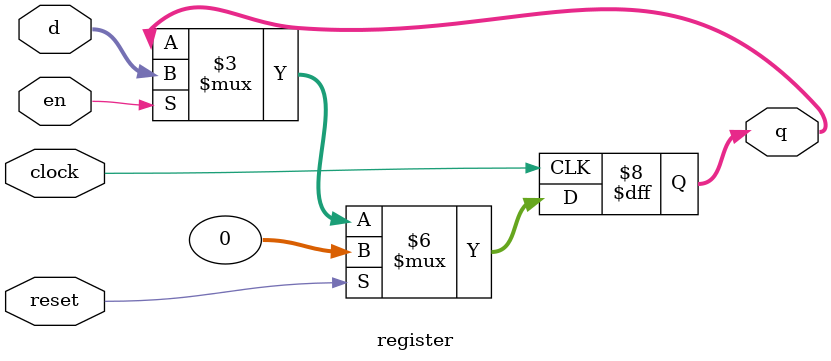
<source format=v>
`timescale 1ns/10ps
 
module uart_core(fpga_clock, reset, txd, rxd, ca, an, nonce_input, nonce_we, transmit_data, display_toggle, error);

    input [31:0] nonce_input;
    input nonce_we, transmit_data;

    input display_toggle;

    input fpga_clock, reset, rxd;
    output txd, error;

    output [7:0] ca, an;

    reg clock = 0;
    // create 50Mhz clock from 100 MHz
    always @(posedge fpga_clock) begin
        clock <= ~clock;
    end

    wire rxce, is_transmitting, is_receiving;

    reg txce;

    reg [7:0] tx;
    wire [7:0] rx;

    initial begin
        tx <= 8'b0;
    end


    uart serial_module(clock, reset, rxd, txd, txce, tx, rxce, rx, is_receiving, is_transmitting, error);

   
    wire [639:0] header_data;

    localparam HEADER_REG_INPUT_WIDTH = 8;
    localparam HEADER_REG_DATA_WIDTH = 640;
    shift_reg #(
        .INPUT_WIDTH(HEADER_REG_INPUT_WIDTH),
        .DATA_WIDTH(HEADER_REG_DATA_WIDTH)
    ) header_reg (header_data, rx, ~clock, rxce, 1'b0, reset);



    wire [31:0] nonce_data;
    reg shift_nonce = 0;

    // wire [31:0] nonce_input;
    // assign nonce_input = 32'h12345678;

    localparam NONCE_REG_INPUT_WIDTH = 32;
    localparam NONCE_REG_DATA_WIDTH = 32;
    shift_reg #(
        .INPUT_WIDTH(NONCE_REG_INPUT_WIDTH),
        .DATA_WIDTH(NONCE_REG_DATA_WIDTH)
    ) nonce_reg (nonce_data, nonce_input, ~clock, nonce_we, shift_nonce, reset);


    reg done_transmitting = 0;

    wire transmit;

    localparam TRANSMIT_REG_DATA_WIDTH = 1;
    register #(
        .DATA_WIDTH(TRANSMIT_REG_DATA_WIDTH)
    ) transmit_status_reg (transmit, transmit_data, clock, transmit_data, (reset | done_transmitting));

    integer bytesToSend = 4;

    integer debounce = 0;

    always @(posedge clock) begin
        if (debounce == 99999999) begin
            if (transmit && ~is_receiving) begin
            if (bytesToSend > 0) begin
                tx <= nonce_data[31:24];
                txce <= 1'b1;

                shift_nonce <= 1'b1;

                bytesToSend = bytesToSend - 1;
            end
            else if (bytesToSend == 0) begin
                done_transmitting <= 1'b1;
                txce <= 1'b0;

                bytesToSend = 4;

                shift_nonce <= 1'b0;
            end
            end else begin
                txce <= 1'b0;
                done_transmitting <= 1'b0;
            end

            debounce = 0;
        end else if (debounce < 99999999) begin
            debounce = debounce + 1;
        end
    end

    


    wire [31:0] display_data;
    assign display_data = display_toggle ? header_data[639:608] : nonce_data[31:0];

    seven_segment display(ca, an, display_data, fpga_clock);

endmodule

module register #(parameter DATA_WIDTH=32) (q, d, clock, en, reset);

    output reg [DATA_WIDTH-1:0] q;

    input [DATA_WIDTH-1:0] d;
    input clock, en, reset;

    initial begin
        q <= { DATA_WIDTH{1'b0}};
    end

    always @(posedge clock) begin
        if (reset) begin
            q <= { DATA_WIDTH{1'b0}};
        end else begin
            if (en) begin
                q <= d;
            end
        end
    end

endmodule
</source>
